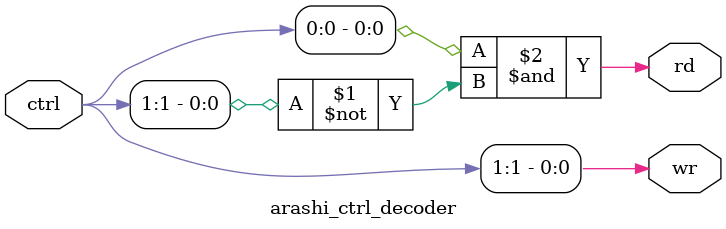
<source format=sv>
module arashi_ctrl_decoder (ctrl,
                            wr,
                            rd);
    input   wire    [1:0]   ctrl;
    output  wire            wr;
    output  wire            rd;
    assign wr = ctrl[1];
    assign rd = ctrl[0] & ~ctrl[1];
endmodule

</source>
